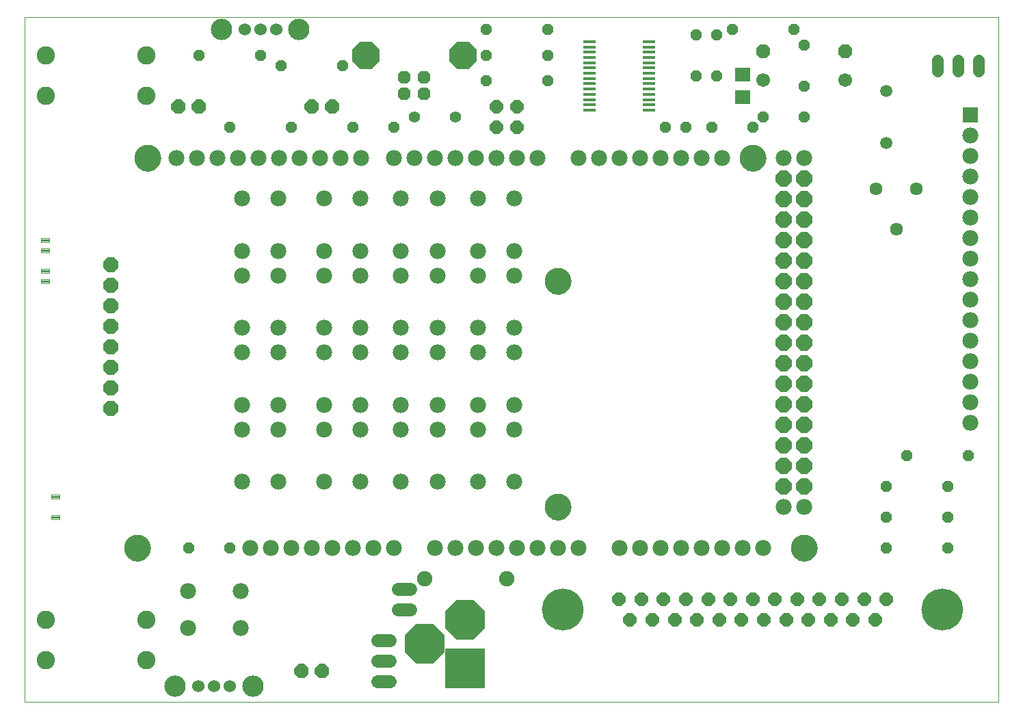
<source format=gts>
G75*
%MOIN*%
%OFA0B0*%
%FSLAX24Y24*%
%IPPOS*%
%LPD*%
%AMOC8*
5,1,8,0,0,1.08239X$1,22.5*
%
%ADD10C,0.0000*%
%ADD11OC8,0.0640*%
%ADD12C,0.2040*%
%ADD13R,0.0780X0.0780*%
%ADD14C,0.0780*%
%ADD15OC8,0.0560*%
%ADD16C,0.0634*%
%ADD17OC8,0.0700*%
%ADD18C,0.0890*%
%ADD19C,0.0560*%
%ADD20C,0.0594*%
%ADD21OC8,0.0780*%
%ADD22C,0.1300*%
%ADD23C,0.0048*%
%ADD24C,0.0600*%
%ADD25C,0.1040*%
%ADD26OC8,0.0740*%
%ADD27OC8,0.0670*%
%ADD28C,0.0670*%
%ADD29C,0.0640*%
%ADD30R,0.0590X0.0177*%
%ADD31C,0.0555*%
%ADD32C,0.0749*%
%ADD33R,0.0749X0.0670*%
%ADD34OC8,0.1940*%
%ADD35R,0.1940X0.1940*%
%ADD36OC8,0.0614*%
%ADD37OC8,0.1346*%
D10*
X002625Y002680D02*
X002625Y036050D01*
X050117Y036050D01*
X050117Y002680D01*
X002625Y002680D01*
X007495Y010180D02*
X007497Y010230D01*
X007503Y010280D01*
X007513Y010329D01*
X007527Y010377D01*
X007544Y010424D01*
X007565Y010469D01*
X007590Y010513D01*
X007618Y010554D01*
X007650Y010593D01*
X007684Y010630D01*
X007721Y010664D01*
X007761Y010694D01*
X007803Y010721D01*
X007847Y010745D01*
X007893Y010766D01*
X007940Y010782D01*
X007988Y010795D01*
X008038Y010804D01*
X008087Y010809D01*
X008138Y010810D01*
X008188Y010807D01*
X008237Y010800D01*
X008286Y010789D01*
X008334Y010774D01*
X008380Y010756D01*
X008425Y010734D01*
X008468Y010708D01*
X008509Y010679D01*
X008548Y010647D01*
X008584Y010612D01*
X008616Y010574D01*
X008646Y010534D01*
X008673Y010491D01*
X008696Y010447D01*
X008715Y010401D01*
X008731Y010353D01*
X008743Y010304D01*
X008751Y010255D01*
X008755Y010205D01*
X008755Y010155D01*
X008751Y010105D01*
X008743Y010056D01*
X008731Y010007D01*
X008715Y009959D01*
X008696Y009913D01*
X008673Y009869D01*
X008646Y009826D01*
X008616Y009786D01*
X008584Y009748D01*
X008548Y009713D01*
X008509Y009681D01*
X008468Y009652D01*
X008425Y009626D01*
X008380Y009604D01*
X008334Y009586D01*
X008286Y009571D01*
X008237Y009560D01*
X008188Y009553D01*
X008138Y009550D01*
X008087Y009551D01*
X008038Y009556D01*
X007988Y009565D01*
X007940Y009578D01*
X007893Y009594D01*
X007847Y009615D01*
X007803Y009639D01*
X007761Y009666D01*
X007721Y009696D01*
X007684Y009730D01*
X007650Y009767D01*
X007618Y009806D01*
X007590Y009847D01*
X007565Y009891D01*
X007544Y009936D01*
X007527Y009983D01*
X007513Y010031D01*
X007503Y010080D01*
X007497Y010130D01*
X007495Y010180D01*
X027995Y012180D02*
X027997Y012230D01*
X028003Y012280D01*
X028013Y012329D01*
X028027Y012377D01*
X028044Y012424D01*
X028065Y012469D01*
X028090Y012513D01*
X028118Y012554D01*
X028150Y012593D01*
X028184Y012630D01*
X028221Y012664D01*
X028261Y012694D01*
X028303Y012721D01*
X028347Y012745D01*
X028393Y012766D01*
X028440Y012782D01*
X028488Y012795D01*
X028538Y012804D01*
X028587Y012809D01*
X028638Y012810D01*
X028688Y012807D01*
X028737Y012800D01*
X028786Y012789D01*
X028834Y012774D01*
X028880Y012756D01*
X028925Y012734D01*
X028968Y012708D01*
X029009Y012679D01*
X029048Y012647D01*
X029084Y012612D01*
X029116Y012574D01*
X029146Y012534D01*
X029173Y012491D01*
X029196Y012447D01*
X029215Y012401D01*
X029231Y012353D01*
X029243Y012304D01*
X029251Y012255D01*
X029255Y012205D01*
X029255Y012155D01*
X029251Y012105D01*
X029243Y012056D01*
X029231Y012007D01*
X029215Y011959D01*
X029196Y011913D01*
X029173Y011869D01*
X029146Y011826D01*
X029116Y011786D01*
X029084Y011748D01*
X029048Y011713D01*
X029009Y011681D01*
X028968Y011652D01*
X028925Y011626D01*
X028880Y011604D01*
X028834Y011586D01*
X028786Y011571D01*
X028737Y011560D01*
X028688Y011553D01*
X028638Y011550D01*
X028587Y011551D01*
X028538Y011556D01*
X028488Y011565D01*
X028440Y011578D01*
X028393Y011594D01*
X028347Y011615D01*
X028303Y011639D01*
X028261Y011666D01*
X028221Y011696D01*
X028184Y011730D01*
X028150Y011767D01*
X028118Y011806D01*
X028090Y011847D01*
X028065Y011891D01*
X028044Y011936D01*
X028027Y011983D01*
X028013Y012031D01*
X028003Y012080D01*
X027997Y012130D01*
X027995Y012180D01*
X039995Y010180D02*
X039997Y010230D01*
X040003Y010280D01*
X040013Y010329D01*
X040027Y010377D01*
X040044Y010424D01*
X040065Y010469D01*
X040090Y010513D01*
X040118Y010554D01*
X040150Y010593D01*
X040184Y010630D01*
X040221Y010664D01*
X040261Y010694D01*
X040303Y010721D01*
X040347Y010745D01*
X040393Y010766D01*
X040440Y010782D01*
X040488Y010795D01*
X040538Y010804D01*
X040587Y010809D01*
X040638Y010810D01*
X040688Y010807D01*
X040737Y010800D01*
X040786Y010789D01*
X040834Y010774D01*
X040880Y010756D01*
X040925Y010734D01*
X040968Y010708D01*
X041009Y010679D01*
X041048Y010647D01*
X041084Y010612D01*
X041116Y010574D01*
X041146Y010534D01*
X041173Y010491D01*
X041196Y010447D01*
X041215Y010401D01*
X041231Y010353D01*
X041243Y010304D01*
X041251Y010255D01*
X041255Y010205D01*
X041255Y010155D01*
X041251Y010105D01*
X041243Y010056D01*
X041231Y010007D01*
X041215Y009959D01*
X041196Y009913D01*
X041173Y009869D01*
X041146Y009826D01*
X041116Y009786D01*
X041084Y009748D01*
X041048Y009713D01*
X041009Y009681D01*
X040968Y009652D01*
X040925Y009626D01*
X040880Y009604D01*
X040834Y009586D01*
X040786Y009571D01*
X040737Y009560D01*
X040688Y009553D01*
X040638Y009550D01*
X040587Y009551D01*
X040538Y009556D01*
X040488Y009565D01*
X040440Y009578D01*
X040393Y009594D01*
X040347Y009615D01*
X040303Y009639D01*
X040261Y009666D01*
X040221Y009696D01*
X040184Y009730D01*
X040150Y009767D01*
X040118Y009806D01*
X040090Y009847D01*
X040065Y009891D01*
X040044Y009936D01*
X040027Y009983D01*
X040013Y010031D01*
X040003Y010080D01*
X039997Y010130D01*
X039995Y010180D01*
X027995Y023180D02*
X027997Y023230D01*
X028003Y023280D01*
X028013Y023329D01*
X028027Y023377D01*
X028044Y023424D01*
X028065Y023469D01*
X028090Y023513D01*
X028118Y023554D01*
X028150Y023593D01*
X028184Y023630D01*
X028221Y023664D01*
X028261Y023694D01*
X028303Y023721D01*
X028347Y023745D01*
X028393Y023766D01*
X028440Y023782D01*
X028488Y023795D01*
X028538Y023804D01*
X028587Y023809D01*
X028638Y023810D01*
X028688Y023807D01*
X028737Y023800D01*
X028786Y023789D01*
X028834Y023774D01*
X028880Y023756D01*
X028925Y023734D01*
X028968Y023708D01*
X029009Y023679D01*
X029048Y023647D01*
X029084Y023612D01*
X029116Y023574D01*
X029146Y023534D01*
X029173Y023491D01*
X029196Y023447D01*
X029215Y023401D01*
X029231Y023353D01*
X029243Y023304D01*
X029251Y023255D01*
X029255Y023205D01*
X029255Y023155D01*
X029251Y023105D01*
X029243Y023056D01*
X029231Y023007D01*
X029215Y022959D01*
X029196Y022913D01*
X029173Y022869D01*
X029146Y022826D01*
X029116Y022786D01*
X029084Y022748D01*
X029048Y022713D01*
X029009Y022681D01*
X028968Y022652D01*
X028925Y022626D01*
X028880Y022604D01*
X028834Y022586D01*
X028786Y022571D01*
X028737Y022560D01*
X028688Y022553D01*
X028638Y022550D01*
X028587Y022551D01*
X028538Y022556D01*
X028488Y022565D01*
X028440Y022578D01*
X028393Y022594D01*
X028347Y022615D01*
X028303Y022639D01*
X028261Y022666D01*
X028221Y022696D01*
X028184Y022730D01*
X028150Y022767D01*
X028118Y022806D01*
X028090Y022847D01*
X028065Y022891D01*
X028044Y022936D01*
X028027Y022983D01*
X028013Y023031D01*
X028003Y023080D01*
X027997Y023130D01*
X027995Y023180D01*
X037495Y029180D02*
X037497Y029230D01*
X037503Y029280D01*
X037513Y029329D01*
X037527Y029377D01*
X037544Y029424D01*
X037565Y029469D01*
X037590Y029513D01*
X037618Y029554D01*
X037650Y029593D01*
X037684Y029630D01*
X037721Y029664D01*
X037761Y029694D01*
X037803Y029721D01*
X037847Y029745D01*
X037893Y029766D01*
X037940Y029782D01*
X037988Y029795D01*
X038038Y029804D01*
X038087Y029809D01*
X038138Y029810D01*
X038188Y029807D01*
X038237Y029800D01*
X038286Y029789D01*
X038334Y029774D01*
X038380Y029756D01*
X038425Y029734D01*
X038468Y029708D01*
X038509Y029679D01*
X038548Y029647D01*
X038584Y029612D01*
X038616Y029574D01*
X038646Y029534D01*
X038673Y029491D01*
X038696Y029447D01*
X038715Y029401D01*
X038731Y029353D01*
X038743Y029304D01*
X038751Y029255D01*
X038755Y029205D01*
X038755Y029155D01*
X038751Y029105D01*
X038743Y029056D01*
X038731Y029007D01*
X038715Y028959D01*
X038696Y028913D01*
X038673Y028869D01*
X038646Y028826D01*
X038616Y028786D01*
X038584Y028748D01*
X038548Y028713D01*
X038509Y028681D01*
X038468Y028652D01*
X038425Y028626D01*
X038380Y028604D01*
X038334Y028586D01*
X038286Y028571D01*
X038237Y028560D01*
X038188Y028553D01*
X038138Y028550D01*
X038087Y028551D01*
X038038Y028556D01*
X037988Y028565D01*
X037940Y028578D01*
X037893Y028594D01*
X037847Y028615D01*
X037803Y028639D01*
X037761Y028666D01*
X037721Y028696D01*
X037684Y028730D01*
X037650Y028767D01*
X037618Y028806D01*
X037590Y028847D01*
X037565Y028891D01*
X037544Y028936D01*
X037527Y028983D01*
X037513Y029031D01*
X037503Y029080D01*
X037497Y029130D01*
X037495Y029180D01*
X007995Y029180D02*
X007997Y029230D01*
X008003Y029280D01*
X008013Y029329D01*
X008027Y029377D01*
X008044Y029424D01*
X008065Y029469D01*
X008090Y029513D01*
X008118Y029554D01*
X008150Y029593D01*
X008184Y029630D01*
X008221Y029664D01*
X008261Y029694D01*
X008303Y029721D01*
X008347Y029745D01*
X008393Y029766D01*
X008440Y029782D01*
X008488Y029795D01*
X008538Y029804D01*
X008587Y029809D01*
X008638Y029810D01*
X008688Y029807D01*
X008737Y029800D01*
X008786Y029789D01*
X008834Y029774D01*
X008880Y029756D01*
X008925Y029734D01*
X008968Y029708D01*
X009009Y029679D01*
X009048Y029647D01*
X009084Y029612D01*
X009116Y029574D01*
X009146Y029534D01*
X009173Y029491D01*
X009196Y029447D01*
X009215Y029401D01*
X009231Y029353D01*
X009243Y029304D01*
X009251Y029255D01*
X009255Y029205D01*
X009255Y029155D01*
X009251Y029105D01*
X009243Y029056D01*
X009231Y029007D01*
X009215Y028959D01*
X009196Y028913D01*
X009173Y028869D01*
X009146Y028826D01*
X009116Y028786D01*
X009084Y028748D01*
X009048Y028713D01*
X009009Y028681D01*
X008968Y028652D01*
X008925Y028626D01*
X008880Y028604D01*
X008834Y028586D01*
X008786Y028571D01*
X008737Y028560D01*
X008688Y028553D01*
X008638Y028550D01*
X008587Y028551D01*
X008538Y028556D01*
X008488Y028565D01*
X008440Y028578D01*
X008393Y028594D01*
X008347Y028615D01*
X008303Y028639D01*
X008261Y028666D01*
X008221Y028696D01*
X008184Y028730D01*
X008150Y028767D01*
X008118Y028806D01*
X008090Y028847D01*
X008065Y028891D01*
X008044Y028936D01*
X008027Y028983D01*
X008013Y029031D01*
X008003Y029080D01*
X007997Y029130D01*
X007995Y029180D01*
D11*
X025625Y030680D03*
X025625Y031680D03*
X026625Y031680D03*
X026625Y030680D03*
X031605Y007680D03*
X032695Y007680D03*
X033775Y007680D03*
X034865Y007680D03*
X035955Y007680D03*
X037035Y007680D03*
X038125Y007680D03*
X039215Y007680D03*
X040295Y007680D03*
X041385Y007680D03*
X042475Y007680D03*
X043555Y007680D03*
X044645Y007680D03*
X044105Y006680D03*
X043015Y006680D03*
X041925Y006680D03*
X040845Y006680D03*
X039755Y006680D03*
X038665Y006680D03*
X037585Y006680D03*
X036495Y006680D03*
X035405Y006680D03*
X034325Y006680D03*
X033235Y006680D03*
X032145Y006680D03*
D12*
X028865Y007180D03*
X047385Y007180D03*
D13*
X048727Y031278D03*
D14*
X048727Y030278D03*
X048727Y029278D03*
X048727Y028278D03*
X048727Y027278D03*
X048727Y026278D03*
X048727Y025278D03*
X048727Y024278D03*
X048727Y023278D03*
X048727Y022278D03*
X048727Y021278D03*
X048727Y020278D03*
X048727Y019278D03*
X048727Y018278D03*
X048727Y017278D03*
X048727Y016278D03*
X040625Y012180D03*
X039625Y012180D03*
X038625Y010180D03*
X037625Y010180D03*
X036625Y010180D03*
X035625Y010180D03*
X034625Y010180D03*
X033625Y010180D03*
X032625Y010180D03*
X031625Y010180D03*
X029625Y010180D03*
X028625Y010180D03*
X027625Y010180D03*
X026625Y010180D03*
X025625Y010180D03*
X024625Y010180D03*
X023625Y010180D03*
X022625Y010180D03*
X020625Y010180D03*
X019625Y010180D03*
X018625Y010180D03*
X017625Y010180D03*
X016625Y010180D03*
X015625Y010180D03*
X014625Y010180D03*
X013625Y010180D03*
X013155Y008070D03*
X013155Y006290D03*
X010595Y006290D03*
X010595Y008070D03*
X013235Y013400D03*
X015015Y013400D03*
X017235Y013400D03*
X019015Y013400D03*
X020985Y013400D03*
X022765Y013400D03*
X024735Y013400D03*
X026515Y013400D03*
X026515Y015960D03*
X026515Y017150D03*
X024735Y017150D03*
X024735Y015960D03*
X022765Y015960D03*
X022765Y017150D03*
X020985Y017150D03*
X020985Y015960D03*
X019015Y015960D03*
X019015Y017150D03*
X017235Y017150D03*
X017235Y015960D03*
X015015Y015960D03*
X015015Y017150D03*
X013235Y017150D03*
X013235Y015960D03*
X013235Y019710D03*
X013235Y020900D03*
X015015Y020900D03*
X015015Y019710D03*
X017235Y019710D03*
X017235Y020900D03*
X019015Y020900D03*
X019015Y019710D03*
X020985Y019710D03*
X020985Y020900D03*
X022765Y020900D03*
X022765Y019710D03*
X024735Y019710D03*
X024735Y020900D03*
X026515Y020900D03*
X026515Y019710D03*
X026515Y023460D03*
X026515Y024650D03*
X024735Y024650D03*
X024735Y023460D03*
X022765Y023460D03*
X022765Y024650D03*
X020985Y024650D03*
X020985Y023460D03*
X019015Y023460D03*
X019015Y024650D03*
X017235Y024650D03*
X017235Y023460D03*
X015015Y023460D03*
X015015Y024650D03*
X013235Y024650D03*
X013235Y023460D03*
X013235Y027210D03*
X015015Y027210D03*
X017235Y027210D03*
X019015Y027210D03*
X020985Y027210D03*
X022765Y027210D03*
X024735Y027210D03*
X026515Y027210D03*
X026625Y029180D03*
X025625Y029180D03*
X024625Y029180D03*
X023625Y029180D03*
X022625Y029180D03*
X021625Y029180D03*
X020625Y029180D03*
X019025Y029180D03*
X018025Y029180D03*
X017025Y029180D03*
X016025Y029180D03*
X015025Y029180D03*
X014025Y029180D03*
X013025Y029180D03*
X012025Y029180D03*
X011025Y029180D03*
X010025Y029180D03*
X027625Y029180D03*
X029625Y029180D03*
X030625Y029180D03*
X031625Y029180D03*
X032625Y029180D03*
X033625Y029180D03*
X034625Y029180D03*
X035625Y029180D03*
X036625Y029180D03*
X039625Y029180D03*
X040625Y029180D03*
D15*
X040625Y031180D03*
X040625Y032680D03*
X038625Y031180D03*
X038125Y030680D03*
X036125Y030680D03*
X034875Y030680D03*
X033875Y030680D03*
X035375Y033180D03*
X036375Y033180D03*
X036375Y035180D03*
X037125Y035430D03*
X035375Y035180D03*
X040125Y035430D03*
X040625Y034680D03*
X028125Y034180D03*
X028125Y035430D03*
X025125Y035430D03*
X025125Y034180D03*
X025125Y032930D03*
X028125Y032930D03*
X020625Y030680D03*
X018625Y030680D03*
X015625Y030680D03*
X012625Y030680D03*
X015125Y033680D03*
X014125Y034180D03*
X011125Y034180D03*
X018125Y033680D03*
X044625Y013180D03*
X044625Y011680D03*
X044625Y010180D03*
X047625Y010180D03*
X047625Y011680D03*
X047625Y013180D03*
X048625Y014680D03*
X045625Y014680D03*
X012625Y010180D03*
X010625Y010180D03*
D16*
X044141Y027664D03*
X046109Y027664D03*
X045125Y025696D03*
D17*
X017625Y031680D03*
X016625Y031680D03*
X011125Y031680D03*
X010125Y031680D03*
X016125Y004180D03*
X017125Y004180D03*
D18*
X008586Y004696D03*
X008586Y006664D03*
X003664Y006664D03*
X003664Y004696D03*
X003664Y032196D03*
X003664Y034164D03*
X008586Y034164D03*
X008586Y032196D03*
D19*
X047125Y033420D02*
X047125Y033940D01*
X048125Y033940D02*
X048125Y033420D01*
X049125Y033420D02*
X049125Y033940D01*
D20*
X044625Y032460D03*
X044625Y029900D03*
D21*
X040625Y028180D03*
X039625Y028180D03*
X039625Y027180D03*
X039625Y026180D03*
X040625Y026180D03*
X040625Y027180D03*
X040625Y025180D03*
X040625Y024180D03*
X039625Y024180D03*
X039625Y025180D03*
X039625Y023180D03*
X040625Y023180D03*
X040625Y022180D03*
X040625Y021180D03*
X039625Y021180D03*
X039625Y022180D03*
X039625Y020180D03*
X039625Y019180D03*
X040625Y019180D03*
X040625Y020180D03*
X040625Y018180D03*
X039625Y018180D03*
X039625Y017180D03*
X039625Y016180D03*
X040625Y016180D03*
X040625Y017180D03*
X040625Y015180D03*
X039625Y015180D03*
X039625Y014180D03*
X039625Y013180D03*
X040625Y013180D03*
X040625Y014180D03*
D22*
X040625Y010180D03*
X028625Y012180D03*
X028625Y023180D03*
X038125Y029180D03*
X008625Y029180D03*
X008125Y010180D03*
D23*
X004321Y011584D02*
X003929Y011584D01*
X003929Y011776D01*
X004321Y011776D01*
X004321Y011584D01*
X004321Y011631D02*
X003929Y011631D01*
X003929Y011678D02*
X004321Y011678D01*
X004321Y011725D02*
X003929Y011725D01*
X003929Y011772D02*
X004321Y011772D01*
X004321Y012584D02*
X003929Y012584D01*
X003929Y012776D01*
X004321Y012776D01*
X004321Y012584D01*
X004321Y012631D02*
X003929Y012631D01*
X003929Y012678D02*
X004321Y012678D01*
X004321Y012725D02*
X003929Y012725D01*
X003929Y012772D02*
X004321Y012772D01*
X003821Y023084D02*
X003429Y023084D01*
X003429Y023276D01*
X003821Y023276D01*
X003821Y023084D01*
X003821Y023131D02*
X003429Y023131D01*
X003429Y023178D02*
X003821Y023178D01*
X003821Y023225D02*
X003429Y023225D01*
X003429Y023272D02*
X003821Y023272D01*
X003821Y023584D02*
X003429Y023584D01*
X003429Y023776D01*
X003821Y023776D01*
X003821Y023584D01*
X003821Y023631D02*
X003429Y023631D01*
X003429Y023678D02*
X003821Y023678D01*
X003821Y023725D02*
X003429Y023725D01*
X003429Y023772D02*
X003821Y023772D01*
X003821Y024584D02*
X003429Y024584D01*
X003429Y024776D01*
X003821Y024776D01*
X003821Y024584D01*
X003821Y024631D02*
X003429Y024631D01*
X003429Y024678D02*
X003821Y024678D01*
X003821Y024725D02*
X003429Y024725D01*
X003429Y024772D02*
X003821Y024772D01*
X003821Y025084D02*
X003429Y025084D01*
X003429Y025276D01*
X003821Y025276D01*
X003821Y025084D01*
X003821Y025131D02*
X003429Y025131D01*
X003429Y025178D02*
X003821Y025178D01*
X003821Y025225D02*
X003429Y025225D01*
X003429Y025272D02*
X003821Y025272D01*
D24*
X013377Y035430D03*
X014125Y035430D03*
X014912Y035430D03*
X012623Y003430D03*
X011875Y003430D03*
X011088Y003430D03*
D25*
X009985Y003430D03*
X013765Y003430D03*
X012235Y035430D03*
X016015Y035430D03*
D26*
X006831Y023966D03*
X006831Y022966D03*
X006831Y021966D03*
X006831Y020966D03*
X006831Y019966D03*
X006831Y018966D03*
X006831Y017966D03*
X006831Y016966D03*
D27*
X038625Y034380D03*
X042625Y034380D03*
D28*
X042625Y032980D03*
X038625Y032980D03*
D29*
X021425Y008180D02*
X020825Y008180D01*
X020825Y007180D02*
X021425Y007180D01*
X020425Y005680D02*
X019825Y005680D01*
X019825Y004680D02*
X020425Y004680D01*
X020425Y003680D02*
X019825Y003680D01*
D30*
X030186Y031517D03*
X030186Y031773D03*
X030186Y032028D03*
X030186Y032284D03*
X030186Y032540D03*
X030186Y032796D03*
X030186Y033052D03*
X030186Y033308D03*
X030186Y033564D03*
X030186Y033820D03*
X030186Y034076D03*
X030186Y034332D03*
X030186Y034587D03*
X030186Y034843D03*
X033064Y034843D03*
X033064Y034587D03*
X033064Y034332D03*
X033064Y034076D03*
X033064Y033820D03*
X033064Y033564D03*
X033064Y033308D03*
X033064Y033052D03*
X033064Y032796D03*
X033064Y032540D03*
X033064Y032284D03*
X033064Y032028D03*
X033064Y031773D03*
X033064Y031517D03*
D31*
X023625Y031180D03*
X021625Y031180D03*
D32*
X022125Y008680D03*
X026125Y008680D03*
D33*
X037625Y032129D03*
X037625Y033231D03*
D34*
X024095Y006680D03*
X022125Y005500D03*
D35*
X024095Y004320D03*
D36*
X022117Y032326D03*
X021133Y032326D03*
X021133Y033113D03*
X022117Y033113D03*
D37*
X023995Y034180D03*
X019255Y034180D03*
M02*

</source>
